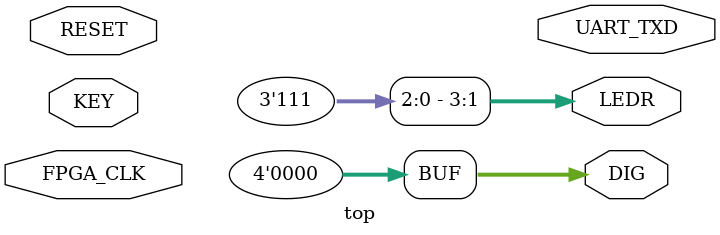
<source format=sv>
module top (
	input logic FPGA_CLK, RESET,
	input logic [3:0] KEY,
	output logic [3:0] LEDR, DIG,
	output logic UART_TXD
	);
	
	logic 			instuction_valid;
	logic [31:0]	instruction_addr;
	logic [31:0]   instruction_read;
	logic          instruction_ready;
	logic          instruction_ack;

	logic          data_read_valid;
	logic          data_write_valid;
	logic [31:0]   data_addr;
	logic [31:0]   data_read;
	logic [31:0]   data_write;
	logic [3:0]    data_write_byte;
	logic          data_ready;
	logic          data_ack;
	
	logic reset;
	assign reset = ~RESET;
	
	assign LEDR[3:1] = 3'b111;
	assign DIG[3:0] = 0;
	
	// RESET = 1 when unpressed, 0 when pressed
	
	// TEST CODE FOR UART
//	logic [7:0] tx_data;
//	logic tx_data_ready, tx_ready;
//	
//	uart_tx utx (.clk(FPGA_CLK), .reset(reset), .tx_data_ready(tx_data_ready), .tx_data(tx_data), .txd(UART_TXD), .tx_ready(tx_ready));
//	
//	`define text "Hello world!\r\n"
//	logic [$bits(`text)-1:0] serial_string_buf;
//	localparam text_len = $bits(serial_string_buf);
//	logic last_tx_ready;
//
//	assign tx_data_ready = 1'b1;
//	assign tx_data = serial_string_buf[text_len-1:text_len-8];
//
//	always_ff @(posedge FPGA_CLK) begin
//		if (reset) begin
//			serial_string_buf <= `text;
//			last_tx_ready <= 1'b0;
//		end else if (tx_ready && !last_tx_ready) begin
//			serial_string_buf <= { serial_string_buf[text_len-8-1:0], serial_string_buf[text_len-1:text_len-8] };
//			last_tx_ready <= tx_ready;
//		end else begin
//			serial_string_buf <= serial_string_buf;
//			last_tx_ready <= tx_ready;
//		end
//	end
endmodule

</source>
